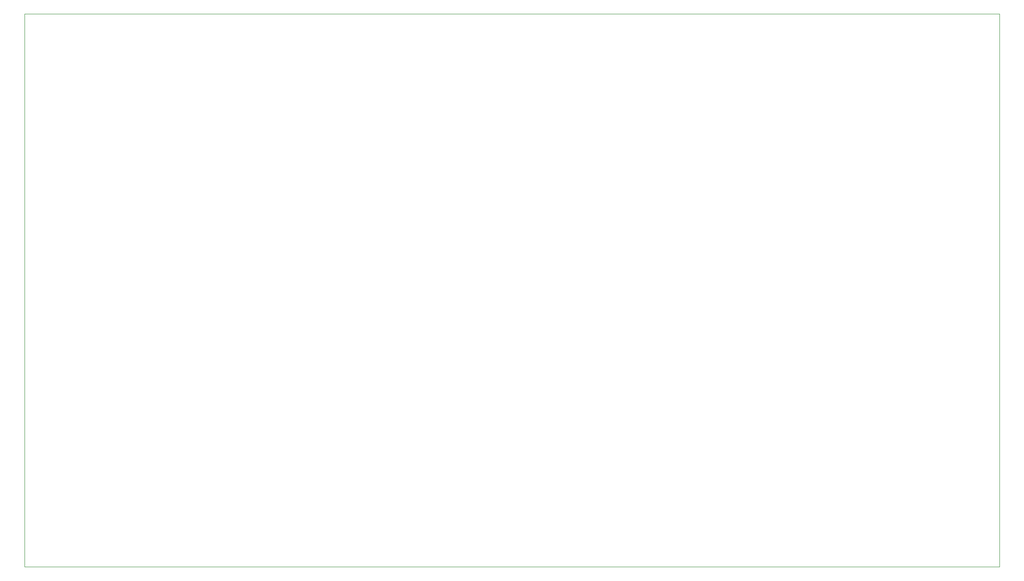
<source format=gbr>
%TF.GenerationSoftware,KiCad,Pcbnew,5.1.10*%
%TF.CreationDate,2021-12-10T20:41:03+01:00*%
%TF.ProjectId,Tastatur,54617374-6174-4757-922e-6b696361645f,rev?*%
%TF.SameCoordinates,Original*%
%TF.FileFunction,Profile,NP*%
%FSLAX46Y46*%
G04 Gerber Fmt 4.6, Leading zero omitted, Abs format (unit mm)*
G04 Created by KiCad (PCBNEW 5.1.10) date 2021-12-10 20:41:03*
%MOMM*%
%LPD*%
G01*
G04 APERTURE LIST*
%TA.AperFunction,Profile*%
%ADD10C,0.100000*%
%TD*%
G04 APERTURE END LIST*
D10*
X65000000Y-35000000D02*
X65000000Y-140000000D01*
X250000000Y-35000000D02*
X65000000Y-35000000D01*
X250000000Y-140000000D02*
X250000000Y-35000000D01*
X65000000Y-140000000D02*
X250000000Y-140000000D01*
M02*

</source>
